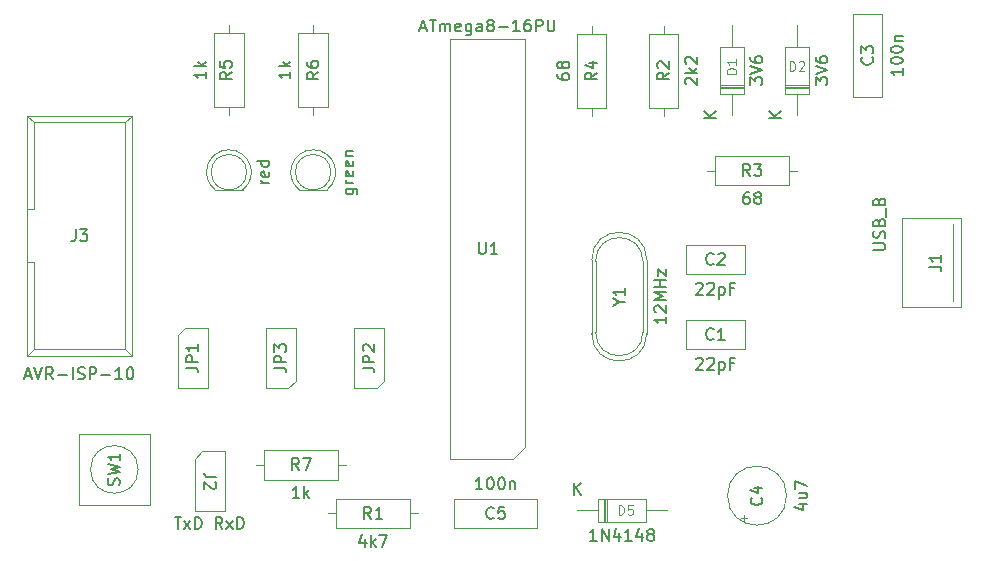
<source format=gbr>
%TF.GenerationSoftware,KiCad,Pcbnew,5.1.4-3.fc31*%
%TF.CreationDate,2019-11-11T15:40:02+01:00*%
%TF.ProjectId,usbasp,75736261-7370-42e6-9b69-6361645f7063,2.0*%
%TF.SameCoordinates,PX36f6758PY6c779b8*%
%TF.FileFunction,Other,Fab,Top*%
%FSLAX46Y46*%
G04 Gerber Fmt 4.6, Leading zero omitted, Abs format (unit mm)*
G04 Created by KiCad (PCBNEW 5.1.4-3.fc31) date 2019-11-11 15:40:02*
%MOMM*%
%LPD*%
G04 APERTURE LIST*
%ADD10C,0.100000*%
%ADD11C,0.150000*%
%ADD12C,0.120000*%
G04 APERTURE END LIST*
D10*
%TO.C,Y1*%
X53885400Y24708420D02*
G75*
G03X49885400Y24708420I-2000000J0D01*
G01*
X53885400Y18708420D02*
G75*
G02X49885400Y18708420I-2000000J0D01*
G01*
X54210400Y24833420D02*
G75*
G03X49560400Y24833420I-2325000J0D01*
G01*
X54210400Y18583420D02*
G75*
G02X49560400Y18583420I-2325000J0D01*
G01*
X53885400Y18708420D02*
X53885400Y24708420D01*
X49885400Y18708420D02*
X49885400Y24708420D01*
X54210400Y18583420D02*
X54210400Y24833420D01*
X49560400Y18583420D02*
X49560400Y24833420D01*
%TO.C,J1*%
X80145400Y21326520D02*
X80145400Y27826520D01*
X80845400Y20826520D02*
X75845400Y20826520D01*
X75845400Y20826520D02*
X75845400Y28326520D01*
X75845400Y28326520D02*
X80845400Y28326520D01*
X80845400Y28326520D02*
X80845400Y20826520D01*
%TO.C,SW1*%
X11148964Y7081120D02*
G75*
G03X11148964Y7081120I-2015564J0D01*
G01*
X6133400Y4081120D02*
X6133400Y7081120D01*
X12133400Y4081120D02*
X6133400Y4081120D01*
X12133400Y10081120D02*
X12133400Y4081120D01*
X6133400Y10081120D02*
X12133400Y10081120D01*
X6133400Y7081120D02*
X6133400Y10081120D01*
%TO.C,C1*%
X57534400Y19736120D02*
X57534400Y17236120D01*
X57534400Y17236120D02*
X62534400Y17236120D01*
X62534400Y17236120D02*
X62534400Y19736120D01*
X62534400Y19736120D02*
X57534400Y19736120D01*
%TO.C,C2*%
X62534400Y26086120D02*
X57534400Y26086120D01*
X62534400Y23586120D02*
X62534400Y26086120D01*
X57534400Y23586120D02*
X62534400Y23586120D01*
X57534400Y26086120D02*
X57534400Y23586120D01*
%TO.C,C3*%
X71673400Y38648120D02*
X74173400Y38648120D01*
X74173400Y38648120D02*
X74173400Y45648120D01*
X74173400Y45648120D02*
X71673400Y45648120D01*
X71673400Y45648120D02*
X71673400Y38648120D01*
%TO.C,C4*%
X66050400Y4856120D02*
G75*
G03X66050400Y4856120I-2500000J0D01*
G01*
X62462900Y2722515D02*
X62462900Y3222515D01*
X62212900Y2972515D02*
X62712900Y2972515D01*
%TO.C,C5*%
X37912400Y2106120D02*
X44912400Y2106120D01*
X37912400Y4606120D02*
X37912400Y2106120D01*
X44912400Y4606120D02*
X37912400Y4606120D01*
X44912400Y2106120D02*
X44912400Y4606120D01*
%TO.C,D1*%
X60410400Y39386320D02*
X62410400Y39386320D01*
X60410400Y39586320D02*
X62410400Y39586320D01*
X60410400Y39486320D02*
X62410400Y39486320D01*
X61410400Y44696320D02*
X61410400Y42886320D01*
X61410400Y37076320D02*
X61410400Y38886320D01*
X60410400Y42886320D02*
X60410400Y38886320D01*
X62410400Y42886320D02*
X60410400Y42886320D01*
X62410400Y38886320D02*
X62410400Y42886320D01*
X60410400Y38886320D02*
X62410400Y38886320D01*
%TO.C,D2*%
X65930400Y38886320D02*
X67930400Y38886320D01*
X67930400Y38886320D02*
X67930400Y42886320D01*
X67930400Y42886320D02*
X65930400Y42886320D01*
X65930400Y42886320D02*
X65930400Y38886320D01*
X66930400Y37076320D02*
X66930400Y38886320D01*
X66930400Y44696320D02*
X66930400Y42886320D01*
X65930400Y39486320D02*
X67930400Y39486320D01*
X65930400Y39586320D02*
X67930400Y39586320D01*
X65930400Y39386320D02*
X67930400Y39386320D01*
%TO.C,D3*%
X20004676Y30745065D02*
G75*
G03X17673010Y30745620I-1165476J1500555D01*
G01*
X20339200Y32245620D02*
G75*
G03X20339200Y32245620I-1500000J0D01*
G01*
X17673010Y30745620D02*
X20005390Y30745620D01*
%TO.C,D4*%
X24801010Y30745620D02*
X27133390Y30745620D01*
X27467200Y32245620D02*
G75*
G03X27467200Y32245620I-1500000J0D01*
G01*
X27132676Y30745065D02*
G75*
G03X24801010Y30745620I-1165476J1500555D01*
G01*
%TO.C,D5*%
X50120400Y4606120D02*
X50120400Y2606120D01*
X50120400Y2606120D02*
X54120400Y2606120D01*
X54120400Y2606120D02*
X54120400Y4606120D01*
X54120400Y4606120D02*
X50120400Y4606120D01*
X48310400Y3606120D02*
X50120400Y3606120D01*
X55930400Y3606120D02*
X54120400Y3606120D01*
X50720400Y4606120D02*
X50720400Y2606120D01*
X50820400Y4606120D02*
X50820400Y2606120D01*
X50620400Y4606120D02*
X50620400Y2606120D01*
%TO.C,J2*%
X15951200Y7996120D02*
X16586200Y8631120D01*
X15951200Y3551120D02*
X15951200Y7996120D01*
X18491200Y3551120D02*
X15951200Y3551120D01*
X18491200Y8631120D02*
X18491200Y3551120D01*
X16586200Y8631120D02*
X18491200Y8631120D01*
%TO.C,J3*%
X10609900Y37035420D02*
X10609900Y16675420D01*
X10059900Y36495420D02*
X10059900Y17235420D01*
X1759900Y37035420D02*
X1759900Y16675420D01*
X2309900Y36495420D02*
X2309900Y29105420D01*
X2309900Y24605420D02*
X2309900Y17235420D01*
X2309900Y29105420D02*
X1759900Y29105420D01*
X2309900Y24605420D02*
X1759900Y24605420D01*
X10609900Y37035420D02*
X1759900Y37035420D01*
X10059900Y36495420D02*
X2309900Y36495420D01*
X10609900Y16675420D02*
X1759900Y16675420D01*
X10059900Y17235420D02*
X2309900Y17235420D01*
X10609900Y37035420D02*
X10059900Y36495420D01*
X10609900Y16675420D02*
X10059900Y17235420D01*
X1759900Y37035420D02*
X2309900Y36495420D01*
X1759900Y16675420D02*
X2309900Y17235420D01*
%TO.C,JP1*%
X15127500Y19060020D02*
X17032500Y19060020D01*
X17032500Y19060020D02*
X17032500Y13980020D01*
X17032500Y13980020D02*
X14492500Y13980020D01*
X14492500Y13980020D02*
X14492500Y18425020D01*
X14492500Y18425020D02*
X15127500Y19060020D01*
%TO.C,JP2*%
X31968400Y14605020D02*
X31333400Y13970020D01*
X31968400Y19050020D02*
X31968400Y14605020D01*
X29428400Y19050020D02*
X31968400Y19050020D01*
X29428400Y13970020D02*
X29428400Y19050020D01*
X31333400Y13970020D02*
X29428400Y13970020D01*
%TO.C,JP3*%
X23865500Y13970020D02*
X21960500Y13970020D01*
X21960500Y13970020D02*
X21960500Y19050020D01*
X21960500Y19050020D02*
X24500500Y19050020D01*
X24500500Y19050020D02*
X24500500Y14605020D01*
X24500500Y14605020D02*
X23865500Y13970020D01*
%TO.C,R1*%
X27888800Y4606120D02*
X27888800Y2106120D01*
X27888800Y2106120D02*
X34188800Y2106120D01*
X34188800Y2106120D02*
X34188800Y4606120D01*
X34188800Y4606120D02*
X27888800Y4606120D01*
X27228800Y3356120D02*
X27888800Y3356120D01*
X34848800Y3356120D02*
X34188800Y3356120D01*
%TO.C,R2*%
X55651400Y44648120D02*
X55651400Y43988120D01*
X55651400Y37028120D02*
X55651400Y37688120D01*
X54401400Y43988120D02*
X54401400Y37688120D01*
X56901400Y43988120D02*
X54401400Y43988120D01*
X56901400Y37688120D02*
X56901400Y43988120D01*
X54401400Y37688120D02*
X56901400Y37688120D01*
%TO.C,R3*%
X66949400Y32379920D02*
X66289400Y32379920D01*
X59329400Y32379920D02*
X59989400Y32379920D01*
X66289400Y33629920D02*
X59989400Y33629920D01*
X66289400Y31129920D02*
X66289400Y33629920D01*
X59989400Y31129920D02*
X66289400Y31129920D01*
X59989400Y33629920D02*
X59989400Y31129920D01*
%TO.C,R4*%
X50805400Y43988120D02*
X48305400Y43988120D01*
X48305400Y43988120D02*
X48305400Y37688120D01*
X48305400Y37688120D02*
X50805400Y37688120D01*
X50805400Y37688120D02*
X50805400Y43988120D01*
X49555400Y44648120D02*
X49555400Y43988120D01*
X49555400Y37028120D02*
X49555400Y37688120D01*
%TO.C,R5*%
X18839200Y37076320D02*
X18839200Y37736320D01*
X18839200Y44696320D02*
X18839200Y44036320D01*
X20089200Y37736320D02*
X20089200Y44036320D01*
X17589200Y37736320D02*
X20089200Y37736320D01*
X17589200Y44036320D02*
X17589200Y37736320D01*
X20089200Y44036320D02*
X17589200Y44036320D01*
%TO.C,R6*%
X27217200Y44036320D02*
X24717200Y44036320D01*
X24717200Y44036320D02*
X24717200Y37736320D01*
X24717200Y37736320D02*
X27217200Y37736320D01*
X27217200Y37736320D02*
X27217200Y44036320D01*
X25967200Y44696320D02*
X25967200Y44036320D01*
X25967200Y37076320D02*
X25967200Y37736320D01*
%TO.C,R7*%
X21767400Y8725120D02*
X21767400Y6225120D01*
X21767400Y6225120D02*
X28067400Y6225120D01*
X28067400Y6225120D02*
X28067400Y8725120D01*
X28067400Y8725120D02*
X21767400Y8725120D01*
X21107400Y7475120D02*
X21767400Y7475120D01*
X28727400Y7475120D02*
X28067400Y7475120D01*
%TO.C,U1*%
X42931400Y7991120D02*
X37581400Y7991120D01*
X37581400Y7991120D02*
X37581400Y43551120D01*
X37581400Y43551120D02*
X43931400Y43551120D01*
X43931400Y43551120D02*
X43931400Y8991120D01*
X43931400Y8991120D02*
X42931400Y7991120D01*
%TD*%
%TO.C,Y1*%
D11*
X55862780Y20017944D02*
X55862780Y19446516D01*
X55862780Y19732230D02*
X54862780Y19732230D01*
X55005638Y19636992D01*
X55100876Y19541754D01*
X55148495Y19446516D01*
X54958019Y20398897D02*
X54910400Y20446516D01*
X54862780Y20541754D01*
X54862780Y20779849D01*
X54910400Y20875087D01*
X54958019Y20922706D01*
X55053257Y20970325D01*
X55148495Y20970325D01*
X55291352Y20922706D01*
X55862780Y20351278D01*
X55862780Y20970325D01*
X55862780Y21398897D02*
X54862780Y21398897D01*
X55577066Y21732230D01*
X54862780Y22065563D01*
X55862780Y22065563D01*
X55862780Y22541754D02*
X54862780Y22541754D01*
X55338971Y22541754D02*
X55338971Y23113182D01*
X55862780Y23113182D02*
X54862780Y23113182D01*
X55196114Y23494135D02*
X55196114Y24017944D01*
X55862780Y23494135D01*
X55862780Y24017944D01*
X51861590Y21232230D02*
X52337780Y21232230D01*
X51337780Y20898897D02*
X51861590Y21232230D01*
X51337780Y21565563D01*
X52337780Y22422706D02*
X52337780Y21851278D01*
X52337780Y22136992D02*
X51337780Y22136992D01*
X51480638Y22041754D01*
X51575876Y21946516D01*
X51623495Y21851278D01*
%TO.C,J1*%
X73397260Y25669623D02*
X74206784Y25669623D01*
X74302022Y25717242D01*
X74349641Y25764861D01*
X74397260Y25860100D01*
X74397260Y26050576D01*
X74349641Y26145814D01*
X74302022Y26193433D01*
X74206784Y26241052D01*
X73397260Y26241052D01*
X74349641Y26669623D02*
X74397260Y26812480D01*
X74397260Y27050576D01*
X74349641Y27145814D01*
X74302022Y27193433D01*
X74206784Y27241052D01*
X74111546Y27241052D01*
X74016308Y27193433D01*
X73968689Y27145814D01*
X73921070Y27050576D01*
X73873451Y26860100D01*
X73825832Y26764861D01*
X73778213Y26717242D01*
X73682975Y26669623D01*
X73587737Y26669623D01*
X73492499Y26717242D01*
X73444880Y26764861D01*
X73397260Y26860100D01*
X73397260Y27098195D01*
X73444880Y27241052D01*
X73873451Y28002957D02*
X73921070Y28145814D01*
X73968689Y28193433D01*
X74063927Y28241052D01*
X74206784Y28241052D01*
X74302022Y28193433D01*
X74349641Y28145814D01*
X74397260Y28050576D01*
X74397260Y27669623D01*
X73397260Y27669623D01*
X73397260Y28002957D01*
X73444880Y28098195D01*
X73492499Y28145814D01*
X73587737Y28193433D01*
X73682975Y28193433D01*
X73778213Y28145814D01*
X73825832Y28098195D01*
X73873451Y28002957D01*
X73873451Y27669623D01*
X74492499Y28431528D02*
X74492499Y29193433D01*
X73873451Y29764861D02*
X73921070Y29907719D01*
X73968689Y29955338D01*
X74063927Y30002957D01*
X74206784Y30002957D01*
X74302022Y29955338D01*
X74349641Y29907719D01*
X74397260Y29812480D01*
X74397260Y29431528D01*
X73397260Y29431528D01*
X73397260Y29764861D01*
X73444880Y29860100D01*
X73492499Y29907719D01*
X73587737Y29955338D01*
X73682975Y29955338D01*
X73778213Y29907719D01*
X73825832Y29860100D01*
X73873451Y29764861D01*
X73873451Y29431528D01*
X78147780Y24243187D02*
X78862066Y24243187D01*
X79004923Y24195568D01*
X79100161Y24100330D01*
X79147780Y23957473D01*
X79147780Y23862235D01*
X79147780Y25243187D02*
X79147780Y24671759D01*
X79147780Y24957473D02*
X78147780Y24957473D01*
X78290638Y24862235D01*
X78385876Y24766997D01*
X78433495Y24671759D01*
%TO.C,SW1*%
X9538161Y5747787D02*
X9585780Y5890644D01*
X9585780Y6128740D01*
X9538161Y6223978D01*
X9490542Y6271597D01*
X9395304Y6319216D01*
X9300066Y6319216D01*
X9204828Y6271597D01*
X9157209Y6223978D01*
X9109590Y6128740D01*
X9061971Y5938263D01*
X9014352Y5843025D01*
X8966733Y5795406D01*
X8871495Y5747787D01*
X8776257Y5747787D01*
X8681019Y5795406D01*
X8633400Y5843025D01*
X8585780Y5938263D01*
X8585780Y6176359D01*
X8633400Y6319216D01*
X8585780Y6652549D02*
X9585780Y6890644D01*
X8871495Y7081120D01*
X9585780Y7271597D01*
X8585780Y7509692D01*
X9585780Y8414454D02*
X9585780Y7843025D01*
X9585780Y8128740D02*
X8585780Y8128740D01*
X8728638Y8033501D01*
X8823876Y7938263D01*
X8871495Y7843025D01*
%TO.C,C1*%
X58391542Y16438501D02*
X58439161Y16486120D01*
X58534400Y16533740D01*
X58772495Y16533740D01*
X58867733Y16486120D01*
X58915352Y16438501D01*
X58962971Y16343263D01*
X58962971Y16248025D01*
X58915352Y16105168D01*
X58343923Y15533740D01*
X58962971Y15533740D01*
X59343923Y16438501D02*
X59391542Y16486120D01*
X59486780Y16533740D01*
X59724876Y16533740D01*
X59820114Y16486120D01*
X59867733Y16438501D01*
X59915352Y16343263D01*
X59915352Y16248025D01*
X59867733Y16105168D01*
X59296304Y15533740D01*
X59915352Y15533740D01*
X60343923Y16200406D02*
X60343923Y15200406D01*
X60343923Y16152787D02*
X60439161Y16200406D01*
X60629638Y16200406D01*
X60724876Y16152787D01*
X60772495Y16105168D01*
X60820114Y16009930D01*
X60820114Y15724216D01*
X60772495Y15628978D01*
X60724876Y15581359D01*
X60629638Y15533740D01*
X60439161Y15533740D01*
X60343923Y15581359D01*
X61582019Y16057549D02*
X61248685Y16057549D01*
X61248685Y15533740D02*
X61248685Y16533740D01*
X61724876Y16533740D01*
X59867733Y18128978D02*
X59820114Y18081359D01*
X59677257Y18033740D01*
X59582019Y18033740D01*
X59439161Y18081359D01*
X59343923Y18176597D01*
X59296304Y18271835D01*
X59248685Y18462311D01*
X59248685Y18605168D01*
X59296304Y18795644D01*
X59343923Y18890882D01*
X59439161Y18986120D01*
X59582019Y19033740D01*
X59677257Y19033740D01*
X59820114Y18986120D01*
X59867733Y18938501D01*
X60820114Y18033740D02*
X60248685Y18033740D01*
X60534400Y18033740D02*
X60534400Y19033740D01*
X60439161Y18890882D01*
X60343923Y18795644D01*
X60248685Y18748025D01*
%TO.C,C2*%
X58391542Y22788501D02*
X58439161Y22836120D01*
X58534400Y22883740D01*
X58772495Y22883740D01*
X58867733Y22836120D01*
X58915352Y22788501D01*
X58962971Y22693263D01*
X58962971Y22598025D01*
X58915352Y22455168D01*
X58343923Y21883740D01*
X58962971Y21883740D01*
X59343923Y22788501D02*
X59391542Y22836120D01*
X59486780Y22883740D01*
X59724876Y22883740D01*
X59820114Y22836120D01*
X59867733Y22788501D01*
X59915352Y22693263D01*
X59915352Y22598025D01*
X59867733Y22455168D01*
X59296304Y21883740D01*
X59915352Y21883740D01*
X60343923Y22550406D02*
X60343923Y21550406D01*
X60343923Y22502787D02*
X60439161Y22550406D01*
X60629638Y22550406D01*
X60724876Y22502787D01*
X60772495Y22455168D01*
X60820114Y22359930D01*
X60820114Y22074216D01*
X60772495Y21978978D01*
X60724876Y21931359D01*
X60629638Y21883740D01*
X60439161Y21883740D01*
X60343923Y21931359D01*
X61582019Y22407549D02*
X61248685Y22407549D01*
X61248685Y21883740D02*
X61248685Y22883740D01*
X61724876Y22883740D01*
X59867733Y24478978D02*
X59820114Y24431359D01*
X59677257Y24383740D01*
X59582019Y24383740D01*
X59439161Y24431359D01*
X59343923Y24526597D01*
X59296304Y24621835D01*
X59248685Y24812311D01*
X59248685Y24955168D01*
X59296304Y25145644D01*
X59343923Y25240882D01*
X59439161Y25336120D01*
X59582019Y25383740D01*
X59677257Y25383740D01*
X59820114Y25336120D01*
X59867733Y25288501D01*
X60248685Y25288501D02*
X60296304Y25336120D01*
X60391542Y25383740D01*
X60629638Y25383740D01*
X60724876Y25336120D01*
X60772495Y25288501D01*
X60820114Y25193263D01*
X60820114Y25098025D01*
X60772495Y24955168D01*
X60201066Y24383740D01*
X60820114Y24383740D01*
%TO.C,C3*%
X75875780Y41029073D02*
X75875780Y40457644D01*
X75875780Y40743359D02*
X74875780Y40743359D01*
X75018638Y40648120D01*
X75113876Y40552882D01*
X75161495Y40457644D01*
X74875780Y41648120D02*
X74875780Y41743359D01*
X74923400Y41838597D01*
X74971019Y41886216D01*
X75066257Y41933835D01*
X75256733Y41981454D01*
X75494828Y41981454D01*
X75685304Y41933835D01*
X75780542Y41886216D01*
X75828161Y41838597D01*
X75875780Y41743359D01*
X75875780Y41648120D01*
X75828161Y41552882D01*
X75780542Y41505263D01*
X75685304Y41457644D01*
X75494828Y41410025D01*
X75256733Y41410025D01*
X75066257Y41457644D01*
X74971019Y41505263D01*
X74923400Y41552882D01*
X74875780Y41648120D01*
X74875780Y42600501D02*
X74875780Y42695740D01*
X74923400Y42790978D01*
X74971019Y42838597D01*
X75066257Y42886216D01*
X75256733Y42933835D01*
X75494828Y42933835D01*
X75685304Y42886216D01*
X75780542Y42838597D01*
X75828161Y42790978D01*
X75875780Y42695740D01*
X75875780Y42600501D01*
X75828161Y42505263D01*
X75780542Y42457644D01*
X75685304Y42410025D01*
X75494828Y42362406D01*
X75256733Y42362406D01*
X75066257Y42410025D01*
X74971019Y42457644D01*
X74923400Y42505263D01*
X74875780Y42600501D01*
X75209114Y43362406D02*
X75875780Y43362406D01*
X75304352Y43362406D02*
X75256733Y43410025D01*
X75209114Y43505263D01*
X75209114Y43648120D01*
X75256733Y43743359D01*
X75351971Y43790978D01*
X75875780Y43790978D01*
X73280542Y41981454D02*
X73328161Y41933835D01*
X73375780Y41790978D01*
X73375780Y41695740D01*
X73328161Y41552882D01*
X73232923Y41457644D01*
X73137685Y41410025D01*
X72947209Y41362406D01*
X72804352Y41362406D01*
X72613876Y41410025D01*
X72518638Y41457644D01*
X72423400Y41552882D01*
X72375780Y41695740D01*
X72375780Y41790978D01*
X72423400Y41933835D01*
X72471019Y41981454D01*
X72375780Y42314787D02*
X72375780Y42933835D01*
X72756733Y42600501D01*
X72756733Y42743359D01*
X72804352Y42838597D01*
X72851971Y42886216D01*
X72947209Y42933835D01*
X73185304Y42933835D01*
X73280542Y42886216D01*
X73328161Y42838597D01*
X73375780Y42743359D01*
X73375780Y42457644D01*
X73328161Y42362406D01*
X73280542Y42314787D01*
%TO.C,C4*%
X67086114Y4118025D02*
X67752780Y4118025D01*
X66705161Y3879930D02*
X67419447Y3641835D01*
X67419447Y4260882D01*
X67086114Y5070406D02*
X67752780Y5070406D01*
X67086114Y4641835D02*
X67609923Y4641835D01*
X67705161Y4689454D01*
X67752780Y4784692D01*
X67752780Y4927549D01*
X67705161Y5022787D01*
X67657542Y5070406D01*
X66752780Y5451359D02*
X66752780Y6118025D01*
X67752780Y5689454D01*
X63907542Y4689454D02*
X63955161Y4641835D01*
X64002780Y4498978D01*
X64002780Y4403740D01*
X63955161Y4260882D01*
X63859923Y4165644D01*
X63764685Y4118025D01*
X63574209Y4070406D01*
X63431352Y4070406D01*
X63240876Y4118025D01*
X63145638Y4165644D01*
X63050400Y4260882D01*
X63002780Y4403740D01*
X63002780Y4498978D01*
X63050400Y4641835D01*
X63098019Y4689454D01*
X63336114Y5546597D02*
X64002780Y5546597D01*
X62955161Y5308501D02*
X63669447Y5070406D01*
X63669447Y5689454D01*
%TO.C,C5*%
X40293352Y5403740D02*
X39721923Y5403740D01*
X40007638Y5403740D02*
X40007638Y6403740D01*
X39912400Y6260882D01*
X39817161Y6165644D01*
X39721923Y6118025D01*
X40912400Y6403740D02*
X41007638Y6403740D01*
X41102876Y6356120D01*
X41150495Y6308501D01*
X41198114Y6213263D01*
X41245733Y6022787D01*
X41245733Y5784692D01*
X41198114Y5594216D01*
X41150495Y5498978D01*
X41102876Y5451359D01*
X41007638Y5403740D01*
X40912400Y5403740D01*
X40817161Y5451359D01*
X40769542Y5498978D01*
X40721923Y5594216D01*
X40674304Y5784692D01*
X40674304Y6022787D01*
X40721923Y6213263D01*
X40769542Y6308501D01*
X40817161Y6356120D01*
X40912400Y6403740D01*
X41864780Y6403740D02*
X41960019Y6403740D01*
X42055257Y6356120D01*
X42102876Y6308501D01*
X42150495Y6213263D01*
X42198114Y6022787D01*
X42198114Y5784692D01*
X42150495Y5594216D01*
X42102876Y5498978D01*
X42055257Y5451359D01*
X41960019Y5403740D01*
X41864780Y5403740D01*
X41769542Y5451359D01*
X41721923Y5498978D01*
X41674304Y5594216D01*
X41626685Y5784692D01*
X41626685Y6022787D01*
X41674304Y6213263D01*
X41721923Y6308501D01*
X41769542Y6356120D01*
X41864780Y6403740D01*
X42626685Y6070406D02*
X42626685Y5403740D01*
X42626685Y5975168D02*
X42674304Y6022787D01*
X42769542Y6070406D01*
X42912400Y6070406D01*
X43007638Y6022787D01*
X43055257Y5927549D01*
X43055257Y5403740D01*
X41245733Y2998978D02*
X41198114Y2951359D01*
X41055257Y2903740D01*
X40960019Y2903740D01*
X40817161Y2951359D01*
X40721923Y3046597D01*
X40674304Y3141835D01*
X40626685Y3332311D01*
X40626685Y3475168D01*
X40674304Y3665644D01*
X40721923Y3760882D01*
X40817161Y3856120D01*
X40960019Y3903740D01*
X41055257Y3903740D01*
X41198114Y3856120D01*
X41245733Y3808501D01*
X42150495Y3903740D02*
X41674304Y3903740D01*
X41626685Y3427549D01*
X41674304Y3475168D01*
X41769542Y3522787D01*
X42007638Y3522787D01*
X42102876Y3475168D01*
X42150495Y3427549D01*
X42198114Y3332311D01*
X42198114Y3094216D01*
X42150495Y2998978D01*
X42102876Y2951359D01*
X42007638Y2903740D01*
X41769542Y2903740D01*
X41674304Y2951359D01*
X41626685Y2998978D01*
%TO.C,D1*%
X62982780Y39648225D02*
X62982780Y40267273D01*
X63363733Y39933940D01*
X63363733Y40076797D01*
X63411352Y40172035D01*
X63458971Y40219654D01*
X63554209Y40267273D01*
X63792304Y40267273D01*
X63887542Y40219654D01*
X63935161Y40172035D01*
X63982780Y40076797D01*
X63982780Y39791082D01*
X63935161Y39695844D01*
X63887542Y39648225D01*
X62982780Y40552987D02*
X63982780Y40886320D01*
X62982780Y41219654D01*
X62982780Y41981559D02*
X62982780Y41791082D01*
X63030400Y41695844D01*
X63078019Y41648225D01*
X63220876Y41552987D01*
X63411352Y41505368D01*
X63792304Y41505368D01*
X63887542Y41552987D01*
X63935161Y41600606D01*
X63982780Y41695844D01*
X63982780Y41886320D01*
X63935161Y41981559D01*
X63887542Y42029178D01*
X63792304Y42076797D01*
X63554209Y42076797D01*
X63458971Y42029178D01*
X63411352Y41981559D01*
X63363733Y41886320D01*
X63363733Y41695844D01*
X63411352Y41600606D01*
X63458971Y41552987D01*
X63554209Y41505368D01*
X60062780Y36814416D02*
X59062780Y36814416D01*
X60062780Y37385844D02*
X59491352Y36957273D01*
X59062780Y37385844D02*
X59634209Y36814416D01*
D12*
X61772304Y40595844D02*
X60972304Y40595844D01*
X60972304Y40786320D01*
X61010400Y40900606D01*
X61086590Y40976797D01*
X61162780Y41014892D01*
X61315161Y41052987D01*
X61429447Y41052987D01*
X61581828Y41014892D01*
X61658019Y40976797D01*
X61734209Y40900606D01*
X61772304Y40786320D01*
X61772304Y40595844D01*
X61772304Y41814892D02*
X61772304Y41357749D01*
X61772304Y41586320D02*
X60972304Y41586320D01*
X61086590Y41510130D01*
X61162780Y41433940D01*
X61200876Y41357749D01*
%TO.C,D2*%
D11*
X68502780Y39648225D02*
X68502780Y40267273D01*
X68883733Y39933940D01*
X68883733Y40076797D01*
X68931352Y40172035D01*
X68978971Y40219654D01*
X69074209Y40267273D01*
X69312304Y40267273D01*
X69407542Y40219654D01*
X69455161Y40172035D01*
X69502780Y40076797D01*
X69502780Y39791082D01*
X69455161Y39695844D01*
X69407542Y39648225D01*
X68502780Y40552987D02*
X69502780Y40886320D01*
X68502780Y41219654D01*
X68502780Y41981559D02*
X68502780Y41791082D01*
X68550400Y41695844D01*
X68598019Y41648225D01*
X68740876Y41552987D01*
X68931352Y41505368D01*
X69312304Y41505368D01*
X69407542Y41552987D01*
X69455161Y41600606D01*
X69502780Y41695844D01*
X69502780Y41886320D01*
X69455161Y41981559D01*
X69407542Y42029178D01*
X69312304Y42076797D01*
X69074209Y42076797D01*
X68978971Y42029178D01*
X68931352Y41981559D01*
X68883733Y41886320D01*
X68883733Y41695844D01*
X68931352Y41600606D01*
X68978971Y41552987D01*
X69074209Y41505368D01*
D12*
X66339923Y40824416D02*
X66339923Y41624416D01*
X66530400Y41624416D01*
X66644685Y41586320D01*
X66720876Y41510130D01*
X66758971Y41433940D01*
X66797066Y41281559D01*
X66797066Y41167273D01*
X66758971Y41014892D01*
X66720876Y40938701D01*
X66644685Y40862511D01*
X66530400Y40824416D01*
X66339923Y40824416D01*
X67101828Y41548225D02*
X67139923Y41586320D01*
X67216114Y41624416D01*
X67406590Y41624416D01*
X67482780Y41586320D01*
X67520876Y41548225D01*
X67558971Y41472035D01*
X67558971Y41395844D01*
X67520876Y41281559D01*
X67063733Y40824416D01*
X67558971Y40824416D01*
D11*
X65582780Y36814416D02*
X64582780Y36814416D01*
X65582780Y37385844D02*
X65011352Y36957273D01*
X64582780Y37385844D02*
X65154209Y36814416D01*
%TO.C,D3*%
X22251580Y31293240D02*
X21584914Y31293240D01*
X21775390Y31293240D02*
X21680152Y31340859D01*
X21632533Y31388478D01*
X21584914Y31483716D01*
X21584914Y31578954D01*
X22203961Y32293240D02*
X22251580Y32198001D01*
X22251580Y32007525D01*
X22203961Y31912287D01*
X22108723Y31864668D01*
X21727771Y31864668D01*
X21632533Y31912287D01*
X21584914Y32007525D01*
X21584914Y32198001D01*
X21632533Y32293240D01*
X21727771Y32340859D01*
X21823009Y32340859D01*
X21918247Y31864668D01*
X22251580Y33198001D02*
X21251580Y33198001D01*
X22203961Y33198001D02*
X22251580Y33102763D01*
X22251580Y32912287D01*
X22203961Y32817049D01*
X22156342Y32769430D01*
X22061104Y32721811D01*
X21775390Y32721811D01*
X21680152Y32769430D01*
X21632533Y32817049D01*
X21584914Y32912287D01*
X21584914Y33102763D01*
X21632533Y33198001D01*
%TO.C,D4*%
X28712914Y30840859D02*
X29522438Y30840859D01*
X29617676Y30793240D01*
X29665295Y30745620D01*
X29712914Y30650382D01*
X29712914Y30507525D01*
X29665295Y30412287D01*
X29331961Y30840859D02*
X29379580Y30745620D01*
X29379580Y30555144D01*
X29331961Y30459906D01*
X29284342Y30412287D01*
X29189104Y30364668D01*
X28903390Y30364668D01*
X28808152Y30412287D01*
X28760533Y30459906D01*
X28712914Y30555144D01*
X28712914Y30745620D01*
X28760533Y30840859D01*
X29379580Y31317049D02*
X28712914Y31317049D01*
X28903390Y31317049D02*
X28808152Y31364668D01*
X28760533Y31412287D01*
X28712914Y31507525D01*
X28712914Y31602763D01*
X29331961Y32317049D02*
X29379580Y32221811D01*
X29379580Y32031335D01*
X29331961Y31936097D01*
X29236723Y31888478D01*
X28855771Y31888478D01*
X28760533Y31936097D01*
X28712914Y32031335D01*
X28712914Y32221811D01*
X28760533Y32317049D01*
X28855771Y32364668D01*
X28951009Y32364668D01*
X29046247Y31888478D01*
X29331961Y33174192D02*
X29379580Y33078954D01*
X29379580Y32888478D01*
X29331961Y32793240D01*
X29236723Y32745620D01*
X28855771Y32745620D01*
X28760533Y32793240D01*
X28712914Y32888478D01*
X28712914Y33078954D01*
X28760533Y33174192D01*
X28855771Y33221811D01*
X28951009Y33221811D01*
X29046247Y32745620D01*
X28712914Y33650382D02*
X29379580Y33650382D01*
X28808152Y33650382D02*
X28760533Y33698001D01*
X28712914Y33793240D01*
X28712914Y33936097D01*
X28760533Y34031335D01*
X28855771Y34078954D01*
X29379580Y34078954D01*
%TO.C,D5*%
X49977542Y1033740D02*
X49406114Y1033740D01*
X49691828Y1033740D02*
X49691828Y2033740D01*
X49596590Y1890882D01*
X49501352Y1795644D01*
X49406114Y1748025D01*
X50406114Y1033740D02*
X50406114Y2033740D01*
X50977542Y1033740D01*
X50977542Y2033740D01*
X51882304Y1700406D02*
X51882304Y1033740D01*
X51644209Y2081359D02*
X51406114Y1367073D01*
X52025161Y1367073D01*
X52929923Y1033740D02*
X52358495Y1033740D01*
X52644209Y1033740D02*
X52644209Y2033740D01*
X52548971Y1890882D01*
X52453733Y1795644D01*
X52358495Y1748025D01*
X53787066Y1700406D02*
X53787066Y1033740D01*
X53548971Y2081359D02*
X53310876Y1367073D01*
X53929923Y1367073D01*
X54453733Y1605168D02*
X54358495Y1652787D01*
X54310876Y1700406D01*
X54263257Y1795644D01*
X54263257Y1843263D01*
X54310876Y1938501D01*
X54358495Y1986120D01*
X54453733Y2033740D01*
X54644209Y2033740D01*
X54739447Y1986120D01*
X54787066Y1938501D01*
X54834685Y1843263D01*
X54834685Y1795644D01*
X54787066Y1700406D01*
X54739447Y1652787D01*
X54644209Y1605168D01*
X54453733Y1605168D01*
X54358495Y1557549D01*
X54310876Y1509930D01*
X54263257Y1414692D01*
X54263257Y1224216D01*
X54310876Y1128978D01*
X54358495Y1081359D01*
X54453733Y1033740D01*
X54644209Y1033740D01*
X54739447Y1081359D01*
X54787066Y1128978D01*
X54834685Y1224216D01*
X54834685Y1414692D01*
X54787066Y1509930D01*
X54739447Y1557549D01*
X54644209Y1605168D01*
D12*
X51829923Y3244216D02*
X51829923Y4044216D01*
X52020400Y4044216D01*
X52134685Y4006120D01*
X52210876Y3929930D01*
X52248971Y3853740D01*
X52287066Y3701359D01*
X52287066Y3587073D01*
X52248971Y3434692D01*
X52210876Y3358501D01*
X52134685Y3282311D01*
X52020400Y3244216D01*
X51829923Y3244216D01*
X53010876Y4044216D02*
X52629923Y4044216D01*
X52591828Y3663263D01*
X52629923Y3701359D01*
X52706114Y3739454D01*
X52896590Y3739454D01*
X52972780Y3701359D01*
X53010876Y3663263D01*
X53048971Y3587073D01*
X53048971Y3396597D01*
X53010876Y3320406D01*
X52972780Y3282311D01*
X52896590Y3244216D01*
X52706114Y3244216D01*
X52629923Y3282311D01*
X52591828Y3320406D01*
D11*
X48048495Y4953740D02*
X48048495Y5953740D01*
X48619923Y4953740D02*
X48191352Y5525168D01*
X48619923Y5953740D02*
X48048495Y5382311D01*
%TO.C,J2*%
X14245009Y3038740D02*
X14816438Y3038740D01*
X14530723Y2038740D02*
X14530723Y3038740D01*
X15054533Y2038740D02*
X15578342Y2705406D01*
X15054533Y2705406D02*
X15578342Y2038740D01*
X15959295Y2038740D02*
X15959295Y3038740D01*
X16197390Y3038740D01*
X16340247Y2991120D01*
X16435485Y2895882D01*
X16483104Y2800644D01*
X16530723Y2610168D01*
X16530723Y2467311D01*
X16483104Y2276835D01*
X16435485Y2181597D01*
X16340247Y2086359D01*
X16197390Y2038740D01*
X15959295Y2038740D01*
X18292628Y2038740D02*
X17959295Y2514930D01*
X17721200Y2038740D02*
X17721200Y3038740D01*
X18102152Y3038740D01*
X18197390Y2991120D01*
X18245009Y2943501D01*
X18292628Y2848263D01*
X18292628Y2705406D01*
X18245009Y2610168D01*
X18197390Y2562549D01*
X18102152Y2514930D01*
X17721200Y2514930D01*
X18625961Y2038740D02*
X19149771Y2705406D01*
X18625961Y2705406D02*
X19149771Y2038740D01*
X19530723Y2038740D02*
X19530723Y3038740D01*
X19768819Y3038740D01*
X19911676Y2991120D01*
X20006914Y2895882D01*
X20054533Y2800644D01*
X20102152Y2610168D01*
X20102152Y2467311D01*
X20054533Y2276835D01*
X20006914Y2181597D01*
X19911676Y2086359D01*
X19768819Y2038740D01*
X19530723Y2038740D01*
X17768819Y6424454D02*
X17054533Y6424454D01*
X16911676Y6472073D01*
X16816438Y6567311D01*
X16768819Y6710168D01*
X16768819Y6805406D01*
X17673580Y5995882D02*
X17721200Y5948263D01*
X17768819Y5853025D01*
X17768819Y5614930D01*
X17721200Y5519692D01*
X17673580Y5472073D01*
X17578342Y5424454D01*
X17483104Y5424454D01*
X17340247Y5472073D01*
X16768819Y6043501D01*
X16768819Y5424454D01*
%TO.C,J3*%
X1613471Y15004754D02*
X2089661Y15004754D01*
X1518233Y14719040D02*
X1851566Y15719040D01*
X2184900Y14719040D01*
X2375376Y15719040D02*
X2708709Y14719040D01*
X3042042Y15719040D01*
X3946804Y14719040D02*
X3613471Y15195230D01*
X3375376Y14719040D02*
X3375376Y15719040D01*
X3756328Y15719040D01*
X3851566Y15671420D01*
X3899185Y15623801D01*
X3946804Y15528563D01*
X3946804Y15385706D01*
X3899185Y15290468D01*
X3851566Y15242849D01*
X3756328Y15195230D01*
X3375376Y15195230D01*
X4375376Y15099992D02*
X5137280Y15099992D01*
X5613471Y14719040D02*
X5613471Y15719040D01*
X6042042Y14766659D02*
X6184900Y14719040D01*
X6422995Y14719040D01*
X6518233Y14766659D01*
X6565852Y14814278D01*
X6613471Y14909516D01*
X6613471Y15004754D01*
X6565852Y15099992D01*
X6518233Y15147611D01*
X6422995Y15195230D01*
X6232519Y15242849D01*
X6137280Y15290468D01*
X6089661Y15338087D01*
X6042042Y15433325D01*
X6042042Y15528563D01*
X6089661Y15623801D01*
X6137280Y15671420D01*
X6232519Y15719040D01*
X6470614Y15719040D01*
X6613471Y15671420D01*
X7042042Y14719040D02*
X7042042Y15719040D01*
X7422995Y15719040D01*
X7518233Y15671420D01*
X7565852Y15623801D01*
X7613471Y15528563D01*
X7613471Y15385706D01*
X7565852Y15290468D01*
X7518233Y15242849D01*
X7422995Y15195230D01*
X7042042Y15195230D01*
X8042042Y15099992D02*
X8803947Y15099992D01*
X9803947Y14719040D02*
X9232519Y14719040D01*
X9518233Y14719040D02*
X9518233Y15719040D01*
X9422995Y15576182D01*
X9327757Y15480944D01*
X9232519Y15433325D01*
X10422995Y15719040D02*
X10518233Y15719040D01*
X10613471Y15671420D01*
X10661090Y15623801D01*
X10708709Y15528563D01*
X10756328Y15338087D01*
X10756328Y15099992D01*
X10708709Y14909516D01*
X10661090Y14814278D01*
X10613471Y14766659D01*
X10518233Y14719040D01*
X10422995Y14719040D01*
X10327757Y14766659D01*
X10280138Y14814278D01*
X10232519Y14909516D01*
X10184900Y15099992D01*
X10184900Y15338087D01*
X10232519Y15528563D01*
X10280138Y15623801D01*
X10327757Y15671420D01*
X10422995Y15719040D01*
X5851566Y27403040D02*
X5851566Y26688754D01*
X5803947Y26545897D01*
X5708709Y26450659D01*
X5565852Y26403040D01*
X5470614Y26403040D01*
X6232519Y27403040D02*
X6851566Y27403040D01*
X6518233Y27022087D01*
X6661090Y27022087D01*
X6756328Y26974468D01*
X6803947Y26926849D01*
X6851566Y26831611D01*
X6851566Y26593516D01*
X6803947Y26498278D01*
X6756328Y26450659D01*
X6661090Y26403040D01*
X6375376Y26403040D01*
X6280138Y26450659D01*
X6232519Y26498278D01*
%TO.C,JP1*%
X15214880Y15686687D02*
X15929166Y15686687D01*
X16072023Y15639068D01*
X16167261Y15543830D01*
X16214880Y15400973D01*
X16214880Y15305735D01*
X16214880Y16162878D02*
X15214880Y16162878D01*
X15214880Y16543830D01*
X15262500Y16639068D01*
X15310119Y16686687D01*
X15405357Y16734306D01*
X15548214Y16734306D01*
X15643452Y16686687D01*
X15691071Y16639068D01*
X15738690Y16543830D01*
X15738690Y16162878D01*
X16214880Y17686687D02*
X16214880Y17115259D01*
X16214880Y17400973D02*
X15214880Y17400973D01*
X15357738Y17305735D01*
X15452976Y17210497D01*
X15500595Y17115259D01*
%TO.C,JP2*%
X30150780Y15676687D02*
X30865066Y15676687D01*
X31007923Y15629068D01*
X31103161Y15533830D01*
X31150780Y15390973D01*
X31150780Y15295735D01*
X31150780Y16152878D02*
X30150780Y16152878D01*
X30150780Y16533830D01*
X30198400Y16629068D01*
X30246019Y16676687D01*
X30341257Y16724306D01*
X30484114Y16724306D01*
X30579352Y16676687D01*
X30626971Y16629068D01*
X30674590Y16533830D01*
X30674590Y16152878D01*
X30246019Y17105259D02*
X30198400Y17152878D01*
X30150780Y17248116D01*
X30150780Y17486211D01*
X30198400Y17581449D01*
X30246019Y17629068D01*
X30341257Y17676687D01*
X30436495Y17676687D01*
X30579352Y17629068D01*
X31150780Y17057640D01*
X31150780Y17676687D01*
%TO.C,JP3*%
X22682880Y15676687D02*
X23397166Y15676687D01*
X23540023Y15629068D01*
X23635261Y15533830D01*
X23682880Y15390973D01*
X23682880Y15295735D01*
X23682880Y16152878D02*
X22682880Y16152878D01*
X22682880Y16533830D01*
X22730500Y16629068D01*
X22778119Y16676687D01*
X22873357Y16724306D01*
X23016214Y16724306D01*
X23111452Y16676687D01*
X23159071Y16629068D01*
X23206690Y16533830D01*
X23206690Y16152878D01*
X22682880Y17057640D02*
X22682880Y17676687D01*
X23063833Y17343354D01*
X23063833Y17486211D01*
X23111452Y17581449D01*
X23159071Y17629068D01*
X23254309Y17676687D01*
X23492404Y17676687D01*
X23587642Y17629068D01*
X23635261Y17581449D01*
X23682880Y17486211D01*
X23682880Y17200497D01*
X23635261Y17105259D01*
X23587642Y17057640D01*
%TO.C,R1*%
X30348323Y1200406D02*
X30348323Y533740D01*
X30110228Y1581359D02*
X29872133Y867073D01*
X30491180Y867073D01*
X30872133Y533740D02*
X30872133Y1533740D01*
X30967371Y914692D02*
X31253085Y533740D01*
X31253085Y1200406D02*
X30872133Y819454D01*
X31586419Y1533740D02*
X32253085Y1533740D01*
X31824514Y533740D01*
X30872133Y2903740D02*
X30538800Y3379930D01*
X30300704Y2903740D02*
X30300704Y3903740D01*
X30681657Y3903740D01*
X30776895Y3856120D01*
X30824514Y3808501D01*
X30872133Y3713263D01*
X30872133Y3570406D01*
X30824514Y3475168D01*
X30776895Y3427549D01*
X30681657Y3379930D01*
X30300704Y3379930D01*
X31824514Y2903740D02*
X31253085Y2903740D01*
X31538800Y2903740D02*
X31538800Y3903740D01*
X31443561Y3760882D01*
X31348323Y3665644D01*
X31253085Y3618025D01*
%TO.C,R2*%
X57569019Y39671454D02*
X57521400Y39719073D01*
X57473780Y39814311D01*
X57473780Y40052406D01*
X57521400Y40147644D01*
X57569019Y40195263D01*
X57664257Y40242882D01*
X57759495Y40242882D01*
X57902352Y40195263D01*
X58473780Y39623835D01*
X58473780Y40242882D01*
X58473780Y40671454D02*
X57473780Y40671454D01*
X58092828Y40766692D02*
X58473780Y41052406D01*
X57807114Y41052406D02*
X58188066Y40671454D01*
X57569019Y41433359D02*
X57521400Y41480978D01*
X57473780Y41576216D01*
X57473780Y41814311D01*
X57521400Y41909549D01*
X57569019Y41957168D01*
X57664257Y42004787D01*
X57759495Y42004787D01*
X57902352Y41957168D01*
X58473780Y41385740D01*
X58473780Y42004787D01*
X56103780Y40671454D02*
X55627590Y40338120D01*
X56103780Y40100025D02*
X55103780Y40100025D01*
X55103780Y40480978D01*
X55151400Y40576216D01*
X55199019Y40623835D01*
X55294257Y40671454D01*
X55437114Y40671454D01*
X55532352Y40623835D01*
X55579971Y40576216D01*
X55627590Y40480978D01*
X55627590Y40100025D01*
X55199019Y41052406D02*
X55151400Y41100025D01*
X55103780Y41195263D01*
X55103780Y41433359D01*
X55151400Y41528597D01*
X55199019Y41576216D01*
X55294257Y41623835D01*
X55389495Y41623835D01*
X55532352Y41576216D01*
X56103780Y41004787D01*
X56103780Y41623835D01*
%TO.C,R3*%
X62853685Y30557540D02*
X62663209Y30557540D01*
X62567971Y30509920D01*
X62520352Y30462301D01*
X62425114Y30319444D01*
X62377495Y30128968D01*
X62377495Y29748016D01*
X62425114Y29652778D01*
X62472733Y29605159D01*
X62567971Y29557540D01*
X62758447Y29557540D01*
X62853685Y29605159D01*
X62901304Y29652778D01*
X62948923Y29748016D01*
X62948923Y29986111D01*
X62901304Y30081349D01*
X62853685Y30128968D01*
X62758447Y30176587D01*
X62567971Y30176587D01*
X62472733Y30128968D01*
X62425114Y30081349D01*
X62377495Y29986111D01*
X63520352Y30128968D02*
X63425114Y30176587D01*
X63377495Y30224206D01*
X63329876Y30319444D01*
X63329876Y30367063D01*
X63377495Y30462301D01*
X63425114Y30509920D01*
X63520352Y30557540D01*
X63710828Y30557540D01*
X63806066Y30509920D01*
X63853685Y30462301D01*
X63901304Y30367063D01*
X63901304Y30319444D01*
X63853685Y30224206D01*
X63806066Y30176587D01*
X63710828Y30128968D01*
X63520352Y30128968D01*
X63425114Y30081349D01*
X63377495Y30033730D01*
X63329876Y29938492D01*
X63329876Y29748016D01*
X63377495Y29652778D01*
X63425114Y29605159D01*
X63520352Y29557540D01*
X63710828Y29557540D01*
X63806066Y29605159D01*
X63853685Y29652778D01*
X63901304Y29748016D01*
X63901304Y29938492D01*
X63853685Y30033730D01*
X63806066Y30081349D01*
X63710828Y30128968D01*
X62972733Y31927540D02*
X62639400Y32403730D01*
X62401304Y31927540D02*
X62401304Y32927540D01*
X62782257Y32927540D01*
X62877495Y32879920D01*
X62925114Y32832301D01*
X62972733Y32737063D01*
X62972733Y32594206D01*
X62925114Y32498968D01*
X62877495Y32451349D01*
X62782257Y32403730D01*
X62401304Y32403730D01*
X63306066Y32927540D02*
X63925114Y32927540D01*
X63591780Y32546587D01*
X63734638Y32546587D01*
X63829876Y32498968D01*
X63877495Y32451349D01*
X63925114Y32356111D01*
X63925114Y32118016D01*
X63877495Y32022778D01*
X63829876Y31975159D01*
X63734638Y31927540D01*
X63448923Y31927540D01*
X63353685Y31975159D01*
X63306066Y32022778D01*
%TO.C,R4*%
X46637780Y40552406D02*
X46637780Y40361930D01*
X46685400Y40266692D01*
X46733019Y40219073D01*
X46875876Y40123835D01*
X47066352Y40076216D01*
X47447304Y40076216D01*
X47542542Y40123835D01*
X47590161Y40171454D01*
X47637780Y40266692D01*
X47637780Y40457168D01*
X47590161Y40552406D01*
X47542542Y40600025D01*
X47447304Y40647644D01*
X47209209Y40647644D01*
X47113971Y40600025D01*
X47066352Y40552406D01*
X47018733Y40457168D01*
X47018733Y40266692D01*
X47066352Y40171454D01*
X47113971Y40123835D01*
X47209209Y40076216D01*
X47066352Y41219073D02*
X47018733Y41123835D01*
X46971114Y41076216D01*
X46875876Y41028597D01*
X46828257Y41028597D01*
X46733019Y41076216D01*
X46685400Y41123835D01*
X46637780Y41219073D01*
X46637780Y41409549D01*
X46685400Y41504787D01*
X46733019Y41552406D01*
X46828257Y41600025D01*
X46875876Y41600025D01*
X46971114Y41552406D01*
X47018733Y41504787D01*
X47066352Y41409549D01*
X47066352Y41219073D01*
X47113971Y41123835D01*
X47161590Y41076216D01*
X47256828Y41028597D01*
X47447304Y41028597D01*
X47542542Y41076216D01*
X47590161Y41123835D01*
X47637780Y41219073D01*
X47637780Y41409549D01*
X47590161Y41504787D01*
X47542542Y41552406D01*
X47447304Y41600025D01*
X47256828Y41600025D01*
X47161590Y41552406D01*
X47113971Y41504787D01*
X47066352Y41409549D01*
X50007780Y40671454D02*
X49531590Y40338120D01*
X50007780Y40100025D02*
X49007780Y40100025D01*
X49007780Y40480978D01*
X49055400Y40576216D01*
X49103019Y40623835D01*
X49198257Y40671454D01*
X49341114Y40671454D01*
X49436352Y40623835D01*
X49483971Y40576216D01*
X49531590Y40480978D01*
X49531590Y40100025D01*
X49341114Y41528597D02*
X50007780Y41528597D01*
X48960161Y41290501D02*
X49674447Y41052406D01*
X49674447Y41671454D01*
%TO.C,R5*%
X16921580Y40767273D02*
X16921580Y40195844D01*
X16921580Y40481559D02*
X15921580Y40481559D01*
X16064438Y40386320D01*
X16159676Y40291082D01*
X16207295Y40195844D01*
X16921580Y41195844D02*
X15921580Y41195844D01*
X16540628Y41291082D02*
X16921580Y41576797D01*
X16254914Y41576797D02*
X16635866Y41195844D01*
X19060400Y40724714D02*
X18584210Y40391380D01*
X19060400Y40153285D02*
X18060400Y40153285D01*
X18060400Y40534238D01*
X18108020Y40629476D01*
X18155639Y40677095D01*
X18250877Y40724714D01*
X18393734Y40724714D01*
X18488972Y40677095D01*
X18536591Y40629476D01*
X18584210Y40534238D01*
X18584210Y40153285D01*
X18060400Y41629476D02*
X18060400Y41153285D01*
X18536591Y41105666D01*
X18488972Y41153285D01*
X18441353Y41248523D01*
X18441353Y41486619D01*
X18488972Y41581857D01*
X18536591Y41629476D01*
X18631829Y41677095D01*
X18869924Y41677095D01*
X18965162Y41629476D01*
X19012781Y41581857D01*
X19060400Y41486619D01*
X19060400Y41248523D01*
X19012781Y41153285D01*
X18965162Y41105666D01*
%TO.C,R6*%
X24049580Y40767273D02*
X24049580Y40195844D01*
X24049580Y40481559D02*
X23049580Y40481559D01*
X23192438Y40386320D01*
X23287676Y40291082D01*
X23335295Y40195844D01*
X24049580Y41195844D02*
X23049580Y41195844D01*
X23668628Y41291082D02*
X24049580Y41576797D01*
X23382914Y41576797D02*
X23763866Y41195844D01*
X26419580Y40719654D02*
X25943390Y40386320D01*
X26419580Y40148225D02*
X25419580Y40148225D01*
X25419580Y40529178D01*
X25467200Y40624416D01*
X25514819Y40672035D01*
X25610057Y40719654D01*
X25752914Y40719654D01*
X25848152Y40672035D01*
X25895771Y40624416D01*
X25943390Y40529178D01*
X25943390Y40148225D01*
X25419580Y41576797D02*
X25419580Y41386320D01*
X25467200Y41291082D01*
X25514819Y41243463D01*
X25657676Y41148225D01*
X25848152Y41100606D01*
X26229104Y41100606D01*
X26324342Y41148225D01*
X26371961Y41195844D01*
X26419580Y41291082D01*
X26419580Y41481559D01*
X26371961Y41576797D01*
X26324342Y41624416D01*
X26229104Y41672035D01*
X25991009Y41672035D01*
X25895771Y41624416D01*
X25848152Y41576797D01*
X25800533Y41481559D01*
X25800533Y41291082D01*
X25848152Y41195844D01*
X25895771Y41148225D01*
X25991009Y41100606D01*
%TO.C,R7*%
X24798352Y4652740D02*
X24226923Y4652740D01*
X24512638Y4652740D02*
X24512638Y5652740D01*
X24417400Y5509882D01*
X24322161Y5414644D01*
X24226923Y5367025D01*
X25226923Y4652740D02*
X25226923Y5652740D01*
X25322161Y5033692D02*
X25607876Y4652740D01*
X25607876Y5319406D02*
X25226923Y4938454D01*
X24750733Y7022740D02*
X24417400Y7498930D01*
X24179304Y7022740D02*
X24179304Y8022740D01*
X24560257Y8022740D01*
X24655495Y7975120D01*
X24703114Y7927501D01*
X24750733Y7832263D01*
X24750733Y7689406D01*
X24703114Y7594168D01*
X24655495Y7546549D01*
X24560257Y7498930D01*
X24179304Y7498930D01*
X25084066Y8022740D02*
X25750733Y8022740D01*
X25322161Y7022740D01*
%TO.C,U1*%
X35065923Y44444454D02*
X35542114Y44444454D01*
X34970685Y44158740D02*
X35304019Y45158740D01*
X35637352Y44158740D01*
X35827828Y45158740D02*
X36399257Y45158740D01*
X36113542Y44158740D02*
X36113542Y45158740D01*
X36732590Y44158740D02*
X36732590Y44825406D01*
X36732590Y44730168D02*
X36780209Y44777787D01*
X36875447Y44825406D01*
X37018304Y44825406D01*
X37113542Y44777787D01*
X37161161Y44682549D01*
X37161161Y44158740D01*
X37161161Y44682549D02*
X37208780Y44777787D01*
X37304019Y44825406D01*
X37446876Y44825406D01*
X37542114Y44777787D01*
X37589733Y44682549D01*
X37589733Y44158740D01*
X38446876Y44206359D02*
X38351638Y44158740D01*
X38161161Y44158740D01*
X38065923Y44206359D01*
X38018304Y44301597D01*
X38018304Y44682549D01*
X38065923Y44777787D01*
X38161161Y44825406D01*
X38351638Y44825406D01*
X38446876Y44777787D01*
X38494495Y44682549D01*
X38494495Y44587311D01*
X38018304Y44492073D01*
X39351638Y44825406D02*
X39351638Y44015882D01*
X39304019Y43920644D01*
X39256400Y43873025D01*
X39161161Y43825406D01*
X39018304Y43825406D01*
X38923066Y43873025D01*
X39351638Y44206359D02*
X39256400Y44158740D01*
X39065923Y44158740D01*
X38970685Y44206359D01*
X38923066Y44253978D01*
X38875447Y44349216D01*
X38875447Y44634930D01*
X38923066Y44730168D01*
X38970685Y44777787D01*
X39065923Y44825406D01*
X39256400Y44825406D01*
X39351638Y44777787D01*
X40256400Y44158740D02*
X40256400Y44682549D01*
X40208780Y44777787D01*
X40113542Y44825406D01*
X39923066Y44825406D01*
X39827828Y44777787D01*
X40256400Y44206359D02*
X40161161Y44158740D01*
X39923066Y44158740D01*
X39827828Y44206359D01*
X39780209Y44301597D01*
X39780209Y44396835D01*
X39827828Y44492073D01*
X39923066Y44539692D01*
X40161161Y44539692D01*
X40256400Y44587311D01*
X40875447Y44730168D02*
X40780209Y44777787D01*
X40732590Y44825406D01*
X40684971Y44920644D01*
X40684971Y44968263D01*
X40732590Y45063501D01*
X40780209Y45111120D01*
X40875447Y45158740D01*
X41065923Y45158740D01*
X41161161Y45111120D01*
X41208780Y45063501D01*
X41256400Y44968263D01*
X41256400Y44920644D01*
X41208780Y44825406D01*
X41161161Y44777787D01*
X41065923Y44730168D01*
X40875447Y44730168D01*
X40780209Y44682549D01*
X40732590Y44634930D01*
X40684971Y44539692D01*
X40684971Y44349216D01*
X40732590Y44253978D01*
X40780209Y44206359D01*
X40875447Y44158740D01*
X41065923Y44158740D01*
X41161161Y44206359D01*
X41208780Y44253978D01*
X41256400Y44349216D01*
X41256400Y44539692D01*
X41208780Y44634930D01*
X41161161Y44682549D01*
X41065923Y44730168D01*
X41684971Y44539692D02*
X42446876Y44539692D01*
X43446876Y44158740D02*
X42875447Y44158740D01*
X43161161Y44158740D02*
X43161161Y45158740D01*
X43065923Y45015882D01*
X42970685Y44920644D01*
X42875447Y44873025D01*
X44304019Y45158740D02*
X44113542Y45158740D01*
X44018304Y45111120D01*
X43970685Y45063501D01*
X43875447Y44920644D01*
X43827828Y44730168D01*
X43827828Y44349216D01*
X43875447Y44253978D01*
X43923066Y44206359D01*
X44018304Y44158740D01*
X44208780Y44158740D01*
X44304019Y44206359D01*
X44351638Y44253978D01*
X44399257Y44349216D01*
X44399257Y44587311D01*
X44351638Y44682549D01*
X44304019Y44730168D01*
X44208780Y44777787D01*
X44018304Y44777787D01*
X43923066Y44730168D01*
X43875447Y44682549D01*
X43827828Y44587311D01*
X44827828Y44158740D02*
X44827828Y45158740D01*
X45208780Y45158740D01*
X45304019Y45111120D01*
X45351638Y45063501D01*
X45399257Y44968263D01*
X45399257Y44825406D01*
X45351638Y44730168D01*
X45304019Y44682549D01*
X45208780Y44634930D01*
X44827828Y44634930D01*
X45827828Y45158740D02*
X45827828Y44349216D01*
X45875447Y44253978D01*
X45923066Y44206359D01*
X46018304Y44158740D01*
X46208780Y44158740D01*
X46304019Y44206359D01*
X46351638Y44253978D01*
X46399257Y44349216D01*
X46399257Y45158740D01*
X39994495Y26318740D02*
X39994495Y25509216D01*
X40042114Y25413978D01*
X40089733Y25366359D01*
X40184971Y25318740D01*
X40375447Y25318740D01*
X40470685Y25366359D01*
X40518304Y25413978D01*
X40565923Y25509216D01*
X40565923Y26318740D01*
X41565923Y25318740D02*
X40994495Y25318740D01*
X41280209Y25318740D02*
X41280209Y26318740D01*
X41184971Y26175882D01*
X41089733Y26080644D01*
X40994495Y26033025D01*
%TD*%
M02*

</source>
